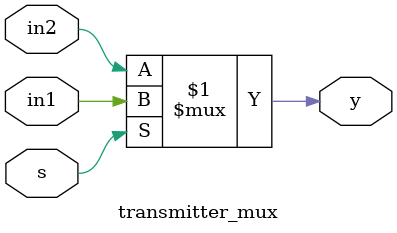
<source format=v>
`timescale 1ns / 1ps


module transmitter_mux(y,in1,in2,s);
output y;
input in1,in2;
input s;
assign y=s?in1:in2;
endmodule

</source>
